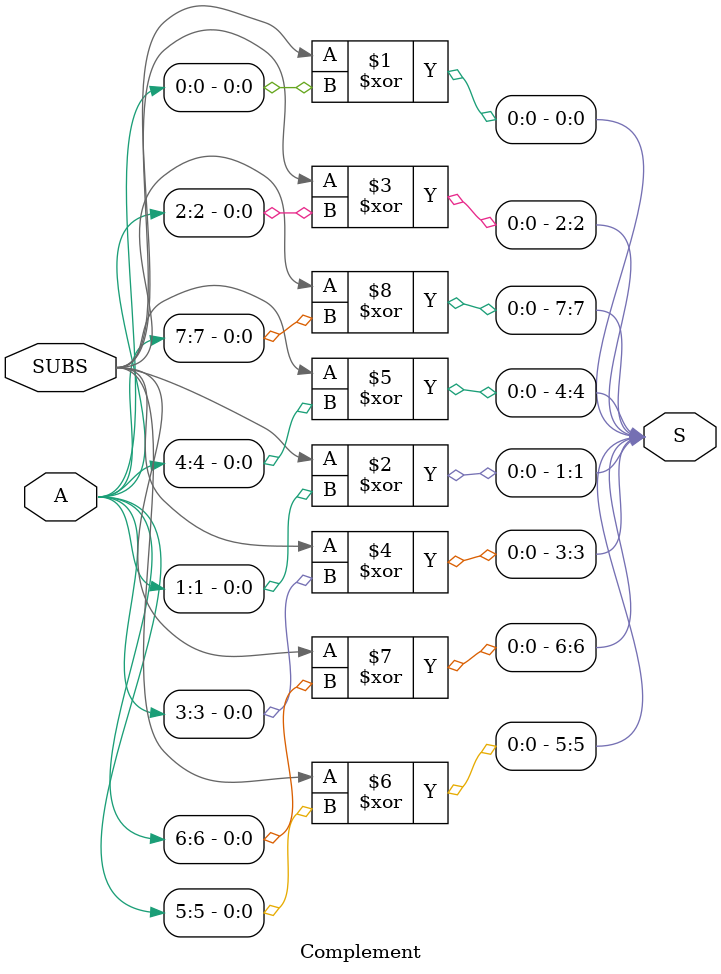
<source format=sv>
module Complement #(parameter WIDTH = 8)  (A,SUBS, S);
//El parámetro WIDTH define la cantidad de bits de entrada

input [WIDTH-1:0] A;
input  SUBS;
output [WIDTH-1:0] S;

genvar i;

//Se aplica la lógica en el generate de manera tal que el circuito se genere al compilar

generate


//Se agrega un circuito combinacional que generó el inverso de
// todos los bits de entrada de manera tal que si él la bandera substract está encendida sacar al complemento

for ( i  = 0 ; i <WIDTH ;i++ ) begin: ComplementCalc
		xor checkSubs (S[i],SUBS,A[i]);
		
end 
endgenerate
endmodule


</source>
